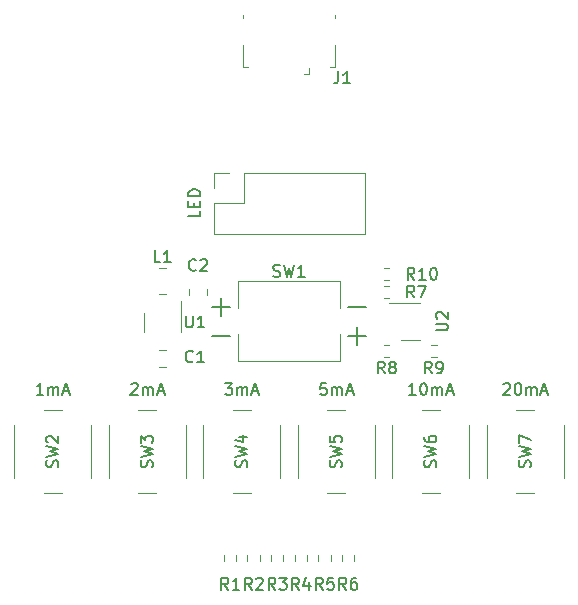
<source format=gto>
%TF.GenerationSoftware,KiCad,Pcbnew,(6.0.2)*%
%TF.CreationDate,2022-05-16T10:21:06+01:00*%
%TF.ProjectId,led-tester,6c65642d-7465-4737-9465-722e6b696361,rev?*%
%TF.SameCoordinates,Original*%
%TF.FileFunction,Legend,Top*%
%TF.FilePolarity,Positive*%
%FSLAX46Y46*%
G04 Gerber Fmt 4.6, Leading zero omitted, Abs format (unit mm)*
G04 Created by KiCad (PCBNEW (6.0.2)) date 2022-05-16 10:21:06*
%MOMM*%
%LPD*%
G01*
G04 APERTURE LIST*
%ADD10C,0.150000*%
%ADD11C,0.120000*%
G04 APERTURE END LIST*
D10*
X119250000Y-74000000D02*
X119250000Y-75500000D01*
X120000000Y-74750000D02*
X118500000Y-74750000D01*
X130750000Y-78000000D02*
X130750000Y-76500000D01*
X118500000Y-77250000D02*
X120000000Y-77250000D01*
X131500000Y-74750000D02*
X130000000Y-74750000D01*
X130000000Y-77250000D02*
X131500000Y-77250000D01*
%TO.C,SW2*%
X105404761Y-88333333D02*
X105452380Y-88190476D01*
X105452380Y-87952380D01*
X105404761Y-87857142D01*
X105357142Y-87809523D01*
X105261904Y-87761904D01*
X105166666Y-87761904D01*
X105071428Y-87809523D01*
X105023809Y-87857142D01*
X104976190Y-87952380D01*
X104928571Y-88142857D01*
X104880952Y-88238095D01*
X104833333Y-88285714D01*
X104738095Y-88333333D01*
X104642857Y-88333333D01*
X104547619Y-88285714D01*
X104500000Y-88238095D01*
X104452380Y-88142857D01*
X104452380Y-87904761D01*
X104500000Y-87761904D01*
X104452380Y-87428571D02*
X105452380Y-87190476D01*
X104738095Y-87000000D01*
X105452380Y-86809523D01*
X104452380Y-86571428D01*
X104547619Y-86238095D02*
X104500000Y-86190476D01*
X104452380Y-86095238D01*
X104452380Y-85857142D01*
X104500000Y-85761904D01*
X104547619Y-85714285D01*
X104642857Y-85666666D01*
X104738095Y-85666666D01*
X104880952Y-85714285D01*
X105452380Y-86285714D01*
X105452380Y-85666666D01*
X104190476Y-82202380D02*
X103619047Y-82202380D01*
X103904761Y-82202380D02*
X103904761Y-81202380D01*
X103809523Y-81345238D01*
X103714285Y-81440476D01*
X103619047Y-81488095D01*
X104619047Y-82202380D02*
X104619047Y-81535714D01*
X104619047Y-81630952D02*
X104666666Y-81583333D01*
X104761904Y-81535714D01*
X104904761Y-81535714D01*
X105000000Y-81583333D01*
X105047619Y-81678571D01*
X105047619Y-82202380D01*
X105047619Y-81678571D02*
X105095238Y-81583333D01*
X105190476Y-81535714D01*
X105333333Y-81535714D01*
X105428571Y-81583333D01*
X105476190Y-81678571D01*
X105476190Y-82202380D01*
X105904761Y-81916666D02*
X106380952Y-81916666D01*
X105809523Y-82202380D02*
X106142857Y-81202380D01*
X106476190Y-82202380D01*
%TO.C,R9*%
X137083333Y-80382380D02*
X136750000Y-79906190D01*
X136511904Y-80382380D02*
X136511904Y-79382380D01*
X136892857Y-79382380D01*
X136988095Y-79430000D01*
X137035714Y-79477619D01*
X137083333Y-79572857D01*
X137083333Y-79715714D01*
X137035714Y-79810952D01*
X136988095Y-79858571D01*
X136892857Y-79906190D01*
X136511904Y-79906190D01*
X137559523Y-80382380D02*
X137750000Y-80382380D01*
X137845238Y-80334761D01*
X137892857Y-80287142D01*
X137988095Y-80144285D01*
X138035714Y-79953809D01*
X138035714Y-79572857D01*
X137988095Y-79477619D01*
X137940476Y-79430000D01*
X137845238Y-79382380D01*
X137654761Y-79382380D01*
X137559523Y-79430000D01*
X137511904Y-79477619D01*
X137464285Y-79572857D01*
X137464285Y-79810952D01*
X137511904Y-79906190D01*
X137559523Y-79953809D01*
X137654761Y-80001428D01*
X137845238Y-80001428D01*
X137940476Y-79953809D01*
X137988095Y-79906190D01*
X138035714Y-79810952D01*
%TO.C,J1*%
X129166666Y-54812380D02*
X129166666Y-55526666D01*
X129119047Y-55669523D01*
X129023809Y-55764761D01*
X128880952Y-55812380D01*
X128785714Y-55812380D01*
X130166666Y-55812380D02*
X129595238Y-55812380D01*
X129880952Y-55812380D02*
X129880952Y-54812380D01*
X129785714Y-54955238D01*
X129690476Y-55050476D01*
X129595238Y-55098095D01*
%TO.C,R3*%
X123833333Y-98702380D02*
X123500000Y-98226190D01*
X123261904Y-98702380D02*
X123261904Y-97702380D01*
X123642857Y-97702380D01*
X123738095Y-97750000D01*
X123785714Y-97797619D01*
X123833333Y-97892857D01*
X123833333Y-98035714D01*
X123785714Y-98130952D01*
X123738095Y-98178571D01*
X123642857Y-98226190D01*
X123261904Y-98226190D01*
X124166666Y-97702380D02*
X124785714Y-97702380D01*
X124452380Y-98083333D01*
X124595238Y-98083333D01*
X124690476Y-98130952D01*
X124738095Y-98178571D01*
X124785714Y-98273809D01*
X124785714Y-98511904D01*
X124738095Y-98607142D01*
X124690476Y-98654761D01*
X124595238Y-98702380D01*
X124309523Y-98702380D01*
X124214285Y-98654761D01*
X124166666Y-98607142D01*
%TO.C,C1*%
X116858333Y-79357142D02*
X116810714Y-79404761D01*
X116667857Y-79452380D01*
X116572619Y-79452380D01*
X116429761Y-79404761D01*
X116334523Y-79309523D01*
X116286904Y-79214285D01*
X116239285Y-79023809D01*
X116239285Y-78880952D01*
X116286904Y-78690476D01*
X116334523Y-78595238D01*
X116429761Y-78500000D01*
X116572619Y-78452380D01*
X116667857Y-78452380D01*
X116810714Y-78500000D01*
X116858333Y-78547619D01*
X117810714Y-79452380D02*
X117239285Y-79452380D01*
X117525000Y-79452380D02*
X117525000Y-78452380D01*
X117429761Y-78595238D01*
X117334523Y-78690476D01*
X117239285Y-78738095D01*
%TO.C,R1*%
X119833333Y-98702380D02*
X119500000Y-98226190D01*
X119261904Y-98702380D02*
X119261904Y-97702380D01*
X119642857Y-97702380D01*
X119738095Y-97750000D01*
X119785714Y-97797619D01*
X119833333Y-97892857D01*
X119833333Y-98035714D01*
X119785714Y-98130952D01*
X119738095Y-98178571D01*
X119642857Y-98226190D01*
X119261904Y-98226190D01*
X120785714Y-98702380D02*
X120214285Y-98702380D01*
X120500000Y-98702380D02*
X120500000Y-97702380D01*
X120404761Y-97845238D01*
X120309523Y-97940476D01*
X120214285Y-97988095D01*
%TO.C,SW3*%
X113404761Y-88333333D02*
X113452380Y-88190476D01*
X113452380Y-87952380D01*
X113404761Y-87857142D01*
X113357142Y-87809523D01*
X113261904Y-87761904D01*
X113166666Y-87761904D01*
X113071428Y-87809523D01*
X113023809Y-87857142D01*
X112976190Y-87952380D01*
X112928571Y-88142857D01*
X112880952Y-88238095D01*
X112833333Y-88285714D01*
X112738095Y-88333333D01*
X112642857Y-88333333D01*
X112547619Y-88285714D01*
X112500000Y-88238095D01*
X112452380Y-88142857D01*
X112452380Y-87904761D01*
X112500000Y-87761904D01*
X112452380Y-87428571D02*
X113452380Y-87190476D01*
X112738095Y-87000000D01*
X113452380Y-86809523D01*
X112452380Y-86571428D01*
X112452380Y-86285714D02*
X112452380Y-85666666D01*
X112833333Y-86000000D01*
X112833333Y-85857142D01*
X112880952Y-85761904D01*
X112928571Y-85714285D01*
X113023809Y-85666666D01*
X113261904Y-85666666D01*
X113357142Y-85714285D01*
X113404761Y-85761904D01*
X113452380Y-85857142D01*
X113452380Y-86142857D01*
X113404761Y-86238095D01*
X113357142Y-86285714D01*
X111619047Y-81297619D02*
X111666666Y-81250000D01*
X111761904Y-81202380D01*
X112000000Y-81202380D01*
X112095238Y-81250000D01*
X112142857Y-81297619D01*
X112190476Y-81392857D01*
X112190476Y-81488095D01*
X112142857Y-81630952D01*
X111571428Y-82202380D01*
X112190476Y-82202380D01*
X112619047Y-82202380D02*
X112619047Y-81535714D01*
X112619047Y-81630952D02*
X112666666Y-81583333D01*
X112761904Y-81535714D01*
X112904761Y-81535714D01*
X113000000Y-81583333D01*
X113047619Y-81678571D01*
X113047619Y-82202380D01*
X113047619Y-81678571D02*
X113095238Y-81583333D01*
X113190476Y-81535714D01*
X113333333Y-81535714D01*
X113428571Y-81583333D01*
X113476190Y-81678571D01*
X113476190Y-82202380D01*
X113904761Y-81916666D02*
X114380952Y-81916666D01*
X113809523Y-82202380D02*
X114142857Y-81202380D01*
X114476190Y-82202380D01*
%TO.C,J4*%
X117482380Y-66622857D02*
X117482380Y-67099047D01*
X116482380Y-67099047D01*
X116958571Y-66289523D02*
X116958571Y-65956190D01*
X117482380Y-65813333D02*
X117482380Y-66289523D01*
X116482380Y-66289523D01*
X116482380Y-65813333D01*
X117482380Y-65384761D02*
X116482380Y-65384761D01*
X116482380Y-65146666D01*
X116530000Y-65003809D01*
X116625238Y-64908571D01*
X116720476Y-64860952D01*
X116910952Y-64813333D01*
X117053809Y-64813333D01*
X117244285Y-64860952D01*
X117339523Y-64908571D01*
X117434761Y-65003809D01*
X117482380Y-65146666D01*
X117482380Y-65384761D01*
%TO.C,SW5*%
X129404761Y-88333333D02*
X129452380Y-88190476D01*
X129452380Y-87952380D01*
X129404761Y-87857142D01*
X129357142Y-87809523D01*
X129261904Y-87761904D01*
X129166666Y-87761904D01*
X129071428Y-87809523D01*
X129023809Y-87857142D01*
X128976190Y-87952380D01*
X128928571Y-88142857D01*
X128880952Y-88238095D01*
X128833333Y-88285714D01*
X128738095Y-88333333D01*
X128642857Y-88333333D01*
X128547619Y-88285714D01*
X128500000Y-88238095D01*
X128452380Y-88142857D01*
X128452380Y-87904761D01*
X128500000Y-87761904D01*
X128452380Y-87428571D02*
X129452380Y-87190476D01*
X128738095Y-87000000D01*
X129452380Y-86809523D01*
X128452380Y-86571428D01*
X128452380Y-85714285D02*
X128452380Y-86190476D01*
X128928571Y-86238095D01*
X128880952Y-86190476D01*
X128833333Y-86095238D01*
X128833333Y-85857142D01*
X128880952Y-85761904D01*
X128928571Y-85714285D01*
X129023809Y-85666666D01*
X129261904Y-85666666D01*
X129357142Y-85714285D01*
X129404761Y-85761904D01*
X129452380Y-85857142D01*
X129452380Y-86095238D01*
X129404761Y-86190476D01*
X129357142Y-86238095D01*
X128142857Y-81202380D02*
X127666666Y-81202380D01*
X127619047Y-81678571D01*
X127666666Y-81630952D01*
X127761904Y-81583333D01*
X128000000Y-81583333D01*
X128095238Y-81630952D01*
X128142857Y-81678571D01*
X128190476Y-81773809D01*
X128190476Y-82011904D01*
X128142857Y-82107142D01*
X128095238Y-82154761D01*
X128000000Y-82202380D01*
X127761904Y-82202380D01*
X127666666Y-82154761D01*
X127619047Y-82107142D01*
X128619047Y-82202380D02*
X128619047Y-81535714D01*
X128619047Y-81630952D02*
X128666666Y-81583333D01*
X128761904Y-81535714D01*
X128904761Y-81535714D01*
X129000000Y-81583333D01*
X129047619Y-81678571D01*
X129047619Y-82202380D01*
X129047619Y-81678571D02*
X129095238Y-81583333D01*
X129190476Y-81535714D01*
X129333333Y-81535714D01*
X129428571Y-81583333D01*
X129476190Y-81678571D01*
X129476190Y-82202380D01*
X129904761Y-81916666D02*
X130380952Y-81916666D01*
X129809523Y-82202380D02*
X130142857Y-81202380D01*
X130476190Y-82202380D01*
%TO.C,R2*%
X121833333Y-98702380D02*
X121500000Y-98226190D01*
X121261904Y-98702380D02*
X121261904Y-97702380D01*
X121642857Y-97702380D01*
X121738095Y-97750000D01*
X121785714Y-97797619D01*
X121833333Y-97892857D01*
X121833333Y-98035714D01*
X121785714Y-98130952D01*
X121738095Y-98178571D01*
X121642857Y-98226190D01*
X121261904Y-98226190D01*
X122214285Y-97797619D02*
X122261904Y-97750000D01*
X122357142Y-97702380D01*
X122595238Y-97702380D01*
X122690476Y-97750000D01*
X122738095Y-97797619D01*
X122785714Y-97892857D01*
X122785714Y-97988095D01*
X122738095Y-98130952D01*
X122166666Y-98702380D01*
X122785714Y-98702380D01*
%TO.C,SW4*%
X121404761Y-88333333D02*
X121452380Y-88190476D01*
X121452380Y-87952380D01*
X121404761Y-87857142D01*
X121357142Y-87809523D01*
X121261904Y-87761904D01*
X121166666Y-87761904D01*
X121071428Y-87809523D01*
X121023809Y-87857142D01*
X120976190Y-87952380D01*
X120928571Y-88142857D01*
X120880952Y-88238095D01*
X120833333Y-88285714D01*
X120738095Y-88333333D01*
X120642857Y-88333333D01*
X120547619Y-88285714D01*
X120500000Y-88238095D01*
X120452380Y-88142857D01*
X120452380Y-87904761D01*
X120500000Y-87761904D01*
X120452380Y-87428571D02*
X121452380Y-87190476D01*
X120738095Y-87000000D01*
X121452380Y-86809523D01*
X120452380Y-86571428D01*
X120785714Y-85761904D02*
X121452380Y-85761904D01*
X120404761Y-86000000D02*
X121119047Y-86238095D01*
X121119047Y-85619047D01*
X119571428Y-81202380D02*
X120190476Y-81202380D01*
X119857142Y-81583333D01*
X120000000Y-81583333D01*
X120095238Y-81630952D01*
X120142857Y-81678571D01*
X120190476Y-81773809D01*
X120190476Y-82011904D01*
X120142857Y-82107142D01*
X120095238Y-82154761D01*
X120000000Y-82202380D01*
X119714285Y-82202380D01*
X119619047Y-82154761D01*
X119571428Y-82107142D01*
X120619047Y-82202380D02*
X120619047Y-81535714D01*
X120619047Y-81630952D02*
X120666666Y-81583333D01*
X120761904Y-81535714D01*
X120904761Y-81535714D01*
X121000000Y-81583333D01*
X121047619Y-81678571D01*
X121047619Y-82202380D01*
X121047619Y-81678571D02*
X121095238Y-81583333D01*
X121190476Y-81535714D01*
X121333333Y-81535714D01*
X121428571Y-81583333D01*
X121476190Y-81678571D01*
X121476190Y-82202380D01*
X121904761Y-81916666D02*
X122380952Y-81916666D01*
X121809523Y-82202380D02*
X122142857Y-81202380D01*
X122476190Y-82202380D01*
%TO.C,SW1*%
X123666666Y-72154761D02*
X123809523Y-72202380D01*
X124047619Y-72202380D01*
X124142857Y-72154761D01*
X124190476Y-72107142D01*
X124238095Y-72011904D01*
X124238095Y-71916666D01*
X124190476Y-71821428D01*
X124142857Y-71773809D01*
X124047619Y-71726190D01*
X123857142Y-71678571D01*
X123761904Y-71630952D01*
X123714285Y-71583333D01*
X123666666Y-71488095D01*
X123666666Y-71392857D01*
X123714285Y-71297619D01*
X123761904Y-71250000D01*
X123857142Y-71202380D01*
X124095238Y-71202380D01*
X124238095Y-71250000D01*
X124571428Y-71202380D02*
X124809523Y-72202380D01*
X125000000Y-71488095D01*
X125190476Y-72202380D01*
X125428571Y-71202380D01*
X126333333Y-72202380D02*
X125761904Y-72202380D01*
X126047619Y-72202380D02*
X126047619Y-71202380D01*
X125952380Y-71345238D01*
X125857142Y-71440476D01*
X125761904Y-71488095D01*
%TO.C,SW6*%
X137404761Y-88333333D02*
X137452380Y-88190476D01*
X137452380Y-87952380D01*
X137404761Y-87857142D01*
X137357142Y-87809523D01*
X137261904Y-87761904D01*
X137166666Y-87761904D01*
X137071428Y-87809523D01*
X137023809Y-87857142D01*
X136976190Y-87952380D01*
X136928571Y-88142857D01*
X136880952Y-88238095D01*
X136833333Y-88285714D01*
X136738095Y-88333333D01*
X136642857Y-88333333D01*
X136547619Y-88285714D01*
X136500000Y-88238095D01*
X136452380Y-88142857D01*
X136452380Y-87904761D01*
X136500000Y-87761904D01*
X136452380Y-87428571D02*
X137452380Y-87190476D01*
X136738095Y-87000000D01*
X137452380Y-86809523D01*
X136452380Y-86571428D01*
X136452380Y-85761904D02*
X136452380Y-85952380D01*
X136500000Y-86047619D01*
X136547619Y-86095238D01*
X136690476Y-86190476D01*
X136880952Y-86238095D01*
X137261904Y-86238095D01*
X137357142Y-86190476D01*
X137404761Y-86142857D01*
X137452380Y-86047619D01*
X137452380Y-85857142D01*
X137404761Y-85761904D01*
X137357142Y-85714285D01*
X137261904Y-85666666D01*
X137023809Y-85666666D01*
X136928571Y-85714285D01*
X136880952Y-85761904D01*
X136833333Y-85857142D01*
X136833333Y-86047619D01*
X136880952Y-86142857D01*
X136928571Y-86190476D01*
X137023809Y-86238095D01*
X135714285Y-82202380D02*
X135142857Y-82202380D01*
X135428571Y-82202380D02*
X135428571Y-81202380D01*
X135333333Y-81345238D01*
X135238095Y-81440476D01*
X135142857Y-81488095D01*
X136333333Y-81202380D02*
X136428571Y-81202380D01*
X136523809Y-81250000D01*
X136571428Y-81297619D01*
X136619047Y-81392857D01*
X136666666Y-81583333D01*
X136666666Y-81821428D01*
X136619047Y-82011904D01*
X136571428Y-82107142D01*
X136523809Y-82154761D01*
X136428571Y-82202380D01*
X136333333Y-82202380D01*
X136238095Y-82154761D01*
X136190476Y-82107142D01*
X136142857Y-82011904D01*
X136095238Y-81821428D01*
X136095238Y-81583333D01*
X136142857Y-81392857D01*
X136190476Y-81297619D01*
X136238095Y-81250000D01*
X136333333Y-81202380D01*
X137095238Y-82202380D02*
X137095238Y-81535714D01*
X137095238Y-81630952D02*
X137142857Y-81583333D01*
X137238095Y-81535714D01*
X137380952Y-81535714D01*
X137476190Y-81583333D01*
X137523809Y-81678571D01*
X137523809Y-82202380D01*
X137523809Y-81678571D02*
X137571428Y-81583333D01*
X137666666Y-81535714D01*
X137809523Y-81535714D01*
X137904761Y-81583333D01*
X137952380Y-81678571D01*
X137952380Y-82202380D01*
X138380952Y-81916666D02*
X138857142Y-81916666D01*
X138285714Y-82202380D02*
X138619047Y-81202380D01*
X138952380Y-82202380D01*
%TO.C,R6*%
X129833333Y-98702380D02*
X129500000Y-98226190D01*
X129261904Y-98702380D02*
X129261904Y-97702380D01*
X129642857Y-97702380D01*
X129738095Y-97750000D01*
X129785714Y-97797619D01*
X129833333Y-97892857D01*
X129833333Y-98035714D01*
X129785714Y-98130952D01*
X129738095Y-98178571D01*
X129642857Y-98226190D01*
X129261904Y-98226190D01*
X130690476Y-97702380D02*
X130500000Y-97702380D01*
X130404761Y-97750000D01*
X130357142Y-97797619D01*
X130261904Y-97940476D01*
X130214285Y-98130952D01*
X130214285Y-98511904D01*
X130261904Y-98607142D01*
X130309523Y-98654761D01*
X130404761Y-98702380D01*
X130595238Y-98702380D01*
X130690476Y-98654761D01*
X130738095Y-98607142D01*
X130785714Y-98511904D01*
X130785714Y-98273809D01*
X130738095Y-98178571D01*
X130690476Y-98130952D01*
X130595238Y-98083333D01*
X130404761Y-98083333D01*
X130309523Y-98130952D01*
X130261904Y-98178571D01*
X130214285Y-98273809D01*
%TO.C,R5*%
X127833333Y-98702380D02*
X127500000Y-98226190D01*
X127261904Y-98702380D02*
X127261904Y-97702380D01*
X127642857Y-97702380D01*
X127738095Y-97750000D01*
X127785714Y-97797619D01*
X127833333Y-97892857D01*
X127833333Y-98035714D01*
X127785714Y-98130952D01*
X127738095Y-98178571D01*
X127642857Y-98226190D01*
X127261904Y-98226190D01*
X128738095Y-97702380D02*
X128261904Y-97702380D01*
X128214285Y-98178571D01*
X128261904Y-98130952D01*
X128357142Y-98083333D01*
X128595238Y-98083333D01*
X128690476Y-98130952D01*
X128738095Y-98178571D01*
X128785714Y-98273809D01*
X128785714Y-98511904D01*
X128738095Y-98607142D01*
X128690476Y-98654761D01*
X128595238Y-98702380D01*
X128357142Y-98702380D01*
X128261904Y-98654761D01*
X128214285Y-98607142D01*
%TO.C,SW7*%
X145404761Y-88333333D02*
X145452380Y-88190476D01*
X145452380Y-87952380D01*
X145404761Y-87857142D01*
X145357142Y-87809523D01*
X145261904Y-87761904D01*
X145166666Y-87761904D01*
X145071428Y-87809523D01*
X145023809Y-87857142D01*
X144976190Y-87952380D01*
X144928571Y-88142857D01*
X144880952Y-88238095D01*
X144833333Y-88285714D01*
X144738095Y-88333333D01*
X144642857Y-88333333D01*
X144547619Y-88285714D01*
X144500000Y-88238095D01*
X144452380Y-88142857D01*
X144452380Y-87904761D01*
X144500000Y-87761904D01*
X144452380Y-87428571D02*
X145452380Y-87190476D01*
X144738095Y-87000000D01*
X145452380Y-86809523D01*
X144452380Y-86571428D01*
X144452380Y-86285714D02*
X144452380Y-85619047D01*
X145452380Y-86047619D01*
X143142857Y-81297619D02*
X143190476Y-81250000D01*
X143285714Y-81202380D01*
X143523809Y-81202380D01*
X143619047Y-81250000D01*
X143666666Y-81297619D01*
X143714285Y-81392857D01*
X143714285Y-81488095D01*
X143666666Y-81630952D01*
X143095238Y-82202380D01*
X143714285Y-82202380D01*
X144333333Y-81202380D02*
X144428571Y-81202380D01*
X144523809Y-81250000D01*
X144571428Y-81297619D01*
X144619047Y-81392857D01*
X144666666Y-81583333D01*
X144666666Y-81821428D01*
X144619047Y-82011904D01*
X144571428Y-82107142D01*
X144523809Y-82154761D01*
X144428571Y-82202380D01*
X144333333Y-82202380D01*
X144238095Y-82154761D01*
X144190476Y-82107142D01*
X144142857Y-82011904D01*
X144095238Y-81821428D01*
X144095238Y-81583333D01*
X144142857Y-81392857D01*
X144190476Y-81297619D01*
X144238095Y-81250000D01*
X144333333Y-81202380D01*
X145095238Y-82202380D02*
X145095238Y-81535714D01*
X145095238Y-81630952D02*
X145142857Y-81583333D01*
X145238095Y-81535714D01*
X145380952Y-81535714D01*
X145476190Y-81583333D01*
X145523809Y-81678571D01*
X145523809Y-82202380D01*
X145523809Y-81678571D02*
X145571428Y-81583333D01*
X145666666Y-81535714D01*
X145809523Y-81535714D01*
X145904761Y-81583333D01*
X145952380Y-81678571D01*
X145952380Y-82202380D01*
X146380952Y-81916666D02*
X146857142Y-81916666D01*
X146285714Y-82202380D02*
X146619047Y-81202380D01*
X146952380Y-82202380D01*
%TO.C,C2*%
X117108333Y-71607142D02*
X117060714Y-71654761D01*
X116917857Y-71702380D01*
X116822619Y-71702380D01*
X116679761Y-71654761D01*
X116584523Y-71559523D01*
X116536904Y-71464285D01*
X116489285Y-71273809D01*
X116489285Y-71130952D01*
X116536904Y-70940476D01*
X116584523Y-70845238D01*
X116679761Y-70750000D01*
X116822619Y-70702380D01*
X116917857Y-70702380D01*
X117060714Y-70750000D01*
X117108333Y-70797619D01*
X117489285Y-70797619D02*
X117536904Y-70750000D01*
X117632142Y-70702380D01*
X117870238Y-70702380D01*
X117965476Y-70750000D01*
X118013095Y-70797619D01*
X118060714Y-70892857D01*
X118060714Y-70988095D01*
X118013095Y-71130952D01*
X117441666Y-71702380D01*
X118060714Y-71702380D01*
%TO.C,R4*%
X125833333Y-98702380D02*
X125500000Y-98226190D01*
X125261904Y-98702380D02*
X125261904Y-97702380D01*
X125642857Y-97702380D01*
X125738095Y-97750000D01*
X125785714Y-97797619D01*
X125833333Y-97892857D01*
X125833333Y-98035714D01*
X125785714Y-98130952D01*
X125738095Y-98178571D01*
X125642857Y-98226190D01*
X125261904Y-98226190D01*
X126690476Y-98035714D02*
X126690476Y-98702380D01*
X126452380Y-97654761D02*
X126214285Y-98369047D01*
X126833333Y-98369047D01*
%TO.C,L1*%
X114108333Y-70952380D02*
X113632142Y-70952380D01*
X113632142Y-69952380D01*
X114965476Y-70952380D02*
X114394047Y-70952380D01*
X114679761Y-70952380D02*
X114679761Y-69952380D01*
X114584523Y-70095238D01*
X114489285Y-70190476D01*
X114394047Y-70238095D01*
%TO.C,R7*%
X135583333Y-73952380D02*
X135250000Y-73476190D01*
X135011904Y-73952380D02*
X135011904Y-72952380D01*
X135392857Y-72952380D01*
X135488095Y-73000000D01*
X135535714Y-73047619D01*
X135583333Y-73142857D01*
X135583333Y-73285714D01*
X135535714Y-73380952D01*
X135488095Y-73428571D01*
X135392857Y-73476190D01*
X135011904Y-73476190D01*
X135916666Y-72952380D02*
X136583333Y-72952380D01*
X136154761Y-73952380D01*
%TO.C,R8*%
X133083333Y-80382380D02*
X132750000Y-79906190D01*
X132511904Y-80382380D02*
X132511904Y-79382380D01*
X132892857Y-79382380D01*
X132988095Y-79430000D01*
X133035714Y-79477619D01*
X133083333Y-79572857D01*
X133083333Y-79715714D01*
X133035714Y-79810952D01*
X132988095Y-79858571D01*
X132892857Y-79906190D01*
X132511904Y-79906190D01*
X133654761Y-79810952D02*
X133559523Y-79763333D01*
X133511904Y-79715714D01*
X133464285Y-79620476D01*
X133464285Y-79572857D01*
X133511904Y-79477619D01*
X133559523Y-79430000D01*
X133654761Y-79382380D01*
X133845238Y-79382380D01*
X133940476Y-79430000D01*
X133988095Y-79477619D01*
X134035714Y-79572857D01*
X134035714Y-79620476D01*
X133988095Y-79715714D01*
X133940476Y-79763333D01*
X133845238Y-79810952D01*
X133654761Y-79810952D01*
X133559523Y-79858571D01*
X133511904Y-79906190D01*
X133464285Y-80001428D01*
X133464285Y-80191904D01*
X133511904Y-80287142D01*
X133559523Y-80334761D01*
X133654761Y-80382380D01*
X133845238Y-80382380D01*
X133940476Y-80334761D01*
X133988095Y-80287142D01*
X134035714Y-80191904D01*
X134035714Y-80001428D01*
X133988095Y-79906190D01*
X133940476Y-79858571D01*
X133845238Y-79810952D01*
%TO.C,U1*%
X116263095Y-75499880D02*
X116263095Y-76309404D01*
X116310714Y-76404642D01*
X116358333Y-76452261D01*
X116453571Y-76499880D01*
X116644047Y-76499880D01*
X116739285Y-76452261D01*
X116786904Y-76404642D01*
X116834523Y-76309404D01*
X116834523Y-75499880D01*
X117834523Y-76499880D02*
X117263095Y-76499880D01*
X117548809Y-76499880D02*
X117548809Y-75499880D01*
X117453571Y-75642738D01*
X117358333Y-75737976D01*
X117263095Y-75785595D01*
%TO.C,U2*%
X137452380Y-76741904D02*
X138261904Y-76741904D01*
X138357142Y-76694285D01*
X138404761Y-76646666D01*
X138452380Y-76551428D01*
X138452380Y-76360952D01*
X138404761Y-76265714D01*
X138357142Y-76218095D01*
X138261904Y-76170476D01*
X137452380Y-76170476D01*
X137547619Y-75741904D02*
X137500000Y-75694285D01*
X137452380Y-75599047D01*
X137452380Y-75360952D01*
X137500000Y-75265714D01*
X137547619Y-75218095D01*
X137642857Y-75170476D01*
X137738095Y-75170476D01*
X137880952Y-75218095D01*
X138452380Y-75789523D01*
X138452380Y-75170476D01*
%TO.C,R10*%
X135607142Y-72452380D02*
X135273809Y-71976190D01*
X135035714Y-72452380D02*
X135035714Y-71452380D01*
X135416666Y-71452380D01*
X135511904Y-71500000D01*
X135559523Y-71547619D01*
X135607142Y-71642857D01*
X135607142Y-71785714D01*
X135559523Y-71880952D01*
X135511904Y-71928571D01*
X135416666Y-71976190D01*
X135035714Y-71976190D01*
X136559523Y-72452380D02*
X135988095Y-72452380D01*
X136273809Y-72452380D02*
X136273809Y-71452380D01*
X136178571Y-71595238D01*
X136083333Y-71690476D01*
X135988095Y-71738095D01*
X137178571Y-71452380D02*
X137273809Y-71452380D01*
X137369047Y-71500000D01*
X137416666Y-71547619D01*
X137464285Y-71642857D01*
X137511904Y-71833333D01*
X137511904Y-72071428D01*
X137464285Y-72261904D01*
X137416666Y-72357142D01*
X137369047Y-72404761D01*
X137273809Y-72452380D01*
X137178571Y-72452380D01*
X137083333Y-72404761D01*
X137035714Y-72357142D01*
X136988095Y-72261904D01*
X136940476Y-72071428D01*
X136940476Y-71833333D01*
X136988095Y-71642857D01*
X137035714Y-71547619D01*
X137083333Y-71500000D01*
X137178571Y-71452380D01*
D11*
%TO.C,SW2*%
X108250000Y-89250000D02*
X108250000Y-84750000D01*
X101750000Y-84750000D02*
X101750000Y-89250000D01*
X104250000Y-90500000D02*
X105750000Y-90500000D01*
X105750000Y-83500000D02*
X104250000Y-83500000D01*
%TO.C,R9*%
X137487258Y-79022500D02*
X137012742Y-79022500D01*
X137487258Y-77977500D02*
X137012742Y-77977500D01*
%TO.C,J1*%
X121100000Y-50062500D02*
X121100000Y-50312500D01*
X128900000Y-50062500D02*
X128900000Y-50312500D01*
X128900000Y-54462500D02*
X128450000Y-54462500D01*
X121100000Y-54462500D02*
X121550000Y-54462500D01*
X126700000Y-55012500D02*
X126700000Y-54562500D01*
X121100000Y-52612500D02*
X121100000Y-54462500D01*
X126700000Y-55012500D02*
X126250000Y-55012500D01*
X128900000Y-52612500D02*
X128900000Y-54462500D01*
%TO.C,R3*%
X123477500Y-95762742D02*
X123477500Y-96237258D01*
X124522500Y-95762742D02*
X124522500Y-96237258D01*
%TO.C,C1*%
X114013748Y-78375000D02*
X114536252Y-78375000D01*
X114013748Y-79845000D02*
X114536252Y-79845000D01*
%TO.C,R1*%
X119477500Y-95762742D02*
X119477500Y-96237258D01*
X120522500Y-95762742D02*
X120522500Y-96237258D01*
%TO.C,SW3*%
X116250000Y-89250000D02*
X116250000Y-84750000D01*
X113750000Y-83500000D02*
X112250000Y-83500000D01*
X109750000Y-84750000D02*
X109750000Y-89250000D01*
X112250000Y-90500000D02*
X113750000Y-90500000D01*
%TO.C,J4*%
X121220000Y-63380000D02*
X131440000Y-63380000D01*
X118620000Y-68580000D02*
X131440000Y-68580000D01*
X118620000Y-63380000D02*
X119950000Y-63380000D01*
X118620000Y-65980000D02*
X121220000Y-65980000D01*
X118620000Y-68580000D02*
X118620000Y-65980000D01*
X121220000Y-65980000D02*
X121220000Y-63380000D01*
X118620000Y-64710000D02*
X118620000Y-63380000D01*
X131440000Y-68580000D02*
X131440000Y-63380000D01*
%TO.C,SW5*%
X128250000Y-90500000D02*
X129750000Y-90500000D01*
X125750000Y-84750000D02*
X125750000Y-89250000D01*
X132250000Y-89250000D02*
X132250000Y-84750000D01*
X129750000Y-83500000D02*
X128250000Y-83500000D01*
%TO.C,R2*%
X121477500Y-95762742D02*
X121477500Y-96237258D01*
X122522500Y-95762742D02*
X122522500Y-96237258D01*
%TO.C,SW4*%
X117750000Y-84750000D02*
X117750000Y-89250000D01*
X120250000Y-90500000D02*
X121750000Y-90500000D01*
X121750000Y-83500000D02*
X120250000Y-83500000D01*
X124250000Y-89250000D02*
X124250000Y-84750000D01*
%TO.C,SW1*%
X129300000Y-79360000D02*
X120700000Y-79360000D01*
X129300000Y-72560000D02*
X129300000Y-74860000D01*
X120700000Y-79360000D02*
X120700000Y-77060000D01*
X129300000Y-77060000D02*
X129300000Y-79360000D01*
X120700000Y-72560000D02*
X129300000Y-72560000D01*
X120700000Y-72560000D02*
X120700000Y-74860000D01*
%TO.C,SW6*%
X136250000Y-90500000D02*
X137750000Y-90500000D01*
X133750000Y-84750000D02*
X133750000Y-89250000D01*
X137750000Y-83500000D02*
X136250000Y-83500000D01*
X140250000Y-89250000D02*
X140250000Y-84750000D01*
%TO.C,R6*%
X130522500Y-95762742D02*
X130522500Y-96237258D01*
X129477500Y-95762742D02*
X129477500Y-96237258D01*
%TO.C,R5*%
X128522500Y-95762742D02*
X128522500Y-96237258D01*
X127477500Y-95762742D02*
X127477500Y-96237258D01*
%TO.C,SW7*%
X144250000Y-90500000D02*
X145750000Y-90500000D01*
X141750000Y-84750000D02*
X141750000Y-89250000D01*
X145750000Y-83500000D02*
X144250000Y-83500000D01*
X148250000Y-89250000D02*
X148250000Y-84750000D01*
%TO.C,C2*%
X118010000Y-73238748D02*
X118010000Y-73761252D01*
X116540000Y-73238748D02*
X116540000Y-73761252D01*
%TO.C,R4*%
X125477500Y-95762742D02*
X125477500Y-96237258D01*
X126522500Y-95762742D02*
X126522500Y-96237258D01*
%TO.C,L1*%
X114013748Y-73660000D02*
X114536252Y-73660000D01*
X114013748Y-71440000D02*
X114536252Y-71440000D01*
%TO.C,R7*%
X133487258Y-72977500D02*
X133012742Y-72977500D01*
X133487258Y-74022500D02*
X133012742Y-74022500D01*
%TO.C,R8*%
X133487258Y-77977500D02*
X133012742Y-77977500D01*
X133487258Y-79022500D02*
X133012742Y-79022500D01*
%TO.C,U1*%
X115835000Y-76047500D02*
X115835000Y-74247500D01*
X112715000Y-76047500D02*
X112715000Y-75247500D01*
X112715000Y-76047500D02*
X112715000Y-76847500D01*
X115835000Y-76047500D02*
X115835000Y-76847500D01*
%TO.C,U2*%
X135250000Y-77560000D02*
X134450000Y-77560000D01*
X135250000Y-74440000D02*
X136050000Y-74440000D01*
X135250000Y-77560000D02*
X136050000Y-77560000D01*
X135250000Y-74440000D02*
X133450000Y-74440000D01*
%TO.C,R10*%
X133487258Y-71477500D02*
X133012742Y-71477500D01*
X133487258Y-72522500D02*
X133012742Y-72522500D01*
%TD*%
M02*

</source>
